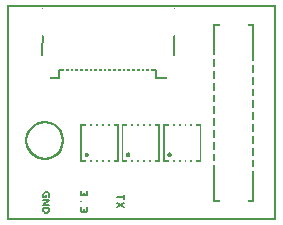
<source format=gto>
G04*
G04 Format:               Gerber RS-274X*
G04 Export Settings:      OSH Park*
G04 Layer:                TopSilkscreen*
G04 This File Name:       HDMI_QSB_new.gto*
G04 Source File Name:     HDMI_QSB_new.rrb*
G04 Unique ID:            51c3dc83-d7bb-4e2f-9342-59aa85fb2bb0*
G04 Generated Date:       Thursday, 10 August 2017 09:01:58*
G04*
G04 Created Using:        Robot Room Copper Connection v3.0.5875*
G04 Software Contact:     http://www.robotroom.com/CopperConnection/Support.aspx*
G04 License Number:       1880*
G04*
G04 Zero Suppression:     Leading*
G04 Number Precision:     2.4*
G04*
%FSLAX24Y24*%
%MOIN*%
%LNTopSilkscreen*%
%ADD10C,.006*%
%ADD11C,.007*%
%ADD12C,.0906*%
%ADD13R,.006X.006*%
%ADD14R,.007X.007*%
%ADD15R,.0087X.0492*%
%ADD16R,.0118X.0571*%
%ADD17R,.063X.0157*%
%ADD18R,.065X.065*%
%ADD19R,.0827X.0906*%
%ADD20R,.0945X.0709*%
G36*
G01X4011Y2205D02*
X4026Y2203D01*
X4041Y2198D01*
X4054Y2190D01*
X4065Y2179D01*
X4074Y2167D01*
X4080Y2153D01*
X4084Y2139D01*
X4085Y2124D01*
X4083Y2109D01*
X4079Y2095D01*
X4072Y2082D01*
X4063Y2070D01*
X4051Y2060D01*
X4038Y2053D01*
X4023Y2048D01*
X4007Y2047D01*
X3991Y2050D01*
X3977Y2056D01*
X3964Y2065D01*
X3954Y2076D01*
X3946Y2089D01*
X3940Y2102D01*
X3938Y2117D01*
X3937Y2132D01*
X3939Y2146D01*
X3944Y2160D01*
X3952Y2173D01*
X3962Y2185D01*
X3974Y2194D01*
X3988Y2201D01*
X4003Y2204D01*
X4011Y2205D01*
G37*
G36*
X2633Y2205D02*
X2648Y2203D01*
X2663Y2198D01*
X2676Y2190D01*
X2687Y2179D01*
X2696Y2167D01*
X2702Y2153D01*
X2706Y2139D01*
X2707Y2124D01*
X2705Y2109D01*
X2701Y2095D01*
X2694Y2082D01*
X2685Y2070D01*
X2673Y2060D01*
X2660Y2053D01*
X2645Y2048D01*
X2629Y2047D01*
X2613Y2050D01*
X2599Y2056D01*
X2586Y2065D01*
X2576Y2076D01*
X2568Y2089D01*
X2562Y2102D01*
X2560Y2117D01*
X2559Y2132D01*
X2562Y2146D01*
X2566Y2160D01*
X2574Y2173D01*
X2584Y2185D01*
X2596Y2194D01*
X2610Y2201D01*
X2625Y2204D01*
X2633Y2205D01*
G37*
G36*
X5389Y2205D02*
X5404Y2203D01*
X5419Y2198D01*
X5432Y2190D01*
X5443Y2179D01*
X5452Y2167D01*
X5458Y2153D01*
X5462Y2139D01*
X5463Y2124D01*
X5461Y2109D01*
X5457Y2095D01*
X5450Y2082D01*
X5441Y2070D01*
X5429Y2060D01*
X5415Y2053D01*
X5400Y2048D01*
X5385Y2047D01*
X5369Y2050D01*
X5355Y2056D01*
X5342Y2065D01*
X5332Y2076D01*
X5324Y2089D01*
X5318Y2102D01*
X5315Y2117D01*
Y2132D01*
X5317Y2146D01*
X5322Y2160D01*
X5330Y2173D01*
X5340Y2185D01*
X5352Y2194D01*
X5366Y2201D01*
X5381Y2204D01*
X5389Y2205D01*
G37*
D10*
X1143Y4665D02*
X1162Y7034D01*
X1713Y4947D02*
X4941D01*
X5552Y4665D02*
X5532Y7034D01*
X4941Y4947D02*
Y4671D01*
X5532D01*
X1713Y4947D02*
Y4671D01*
X1162D01*
D11*
X2649Y919D02*
Y844D01*
X2648Y831D01*
X2645Y817D01*
X2641Y805D01*
X2634Y794D01*
X2627Y785D01*
X2618Y778D01*
X2608Y773D01*
X2593Y770D01*
X2583Y771D01*
X2573Y775D01*
X2564Y781D01*
X2556Y790D01*
X2549Y800D01*
X2543Y812D01*
X2540Y825D01*
X2538Y844D01*
X2537Y831D01*
X2534Y817D01*
X2529Y805D01*
X2523Y794D01*
X2515Y785D01*
X2506Y778D01*
X2497Y773D01*
X2482Y770D01*
X2472Y771D01*
X2462Y775D01*
X2452Y781D01*
X2444Y790D01*
X2437Y800D01*
X2432Y812D01*
X2428Y825D01*
X2426Y844D01*
Y919D01*
X2434Y574D02*
X2426D01*
X2649Y377D02*
Y303D01*
X2648Y289D01*
X2645Y276D01*
X2641Y263D01*
X2634Y252D01*
X2627Y243D01*
X2618Y236D01*
X2608Y231D01*
X2593Y228D01*
X2583Y230D01*
X2573Y233D01*
X2564Y240D01*
X2556Y248D01*
X2549Y258D01*
X2543Y270D01*
X2540Y283D01*
X2538Y303D01*
X2537Y289D01*
X2534Y276D01*
X2529Y263D01*
X2523Y252D01*
X2515Y243D01*
X2506Y236D01*
X2497Y231D01*
X2482Y228D01*
X2472Y230D01*
X2462Y233D01*
X2452Y240D01*
X2444Y248D01*
X2437Y258D01*
X2432Y270D01*
X2428Y283D01*
X2426Y303D01*
Y377D01*
X1258Y772D02*
Y735D01*
X1165D01*
Y809D01*
G74*
G02X1239Y884I74J0D01*
G01X1313D01*
G02X1388Y809I0J74D01*
G01Y735D01*
X1165Y613D02*
X1388D01*
X1165Y464D01*
X1388D01*
Y342D02*
Y268D01*
G02X1313Y193I74J0D01*
G01X1239D01*
G02X1165Y268I0J74D01*
G01Y342D01*
X1388D01*
X3876Y799D02*
Y650D01*
Y725D02*
X3653D01*
X3876Y528D02*
X3653Y380D01*
X3876D02*
X3653Y528D01*
D13*
X3824Y3132D02*
X5044D01*
Y1912D01*
X3824D01*
Y3132D01*
X2445D02*
X3665D01*
Y1912D01*
X2445D01*
Y3132D01*
X5200D02*
X6421D01*
Y1912D01*
X5200D01*
Y3132D01*
X6883Y6448D02*
X8182D01*
Y582D01*
X6883D01*
Y6448D01*
%LPC*%
D12*
X1222Y6539D03*
X5494D03*
D15*
X1907Y4817D03*
X2064D03*
X2222D03*
X2379D03*
X2537D03*
X2694D03*
X2852D03*
X3009D03*
X3167D03*
X3322D03*
X3482D03*
X3639D03*
X3797D03*
X3954D03*
X4112D03*
X4269D03*
X4427D03*
X4584D03*
X4742D03*
D16*
X4055Y1696D03*
X4252D03*
X4449D03*
X4646D03*
X4843D03*
X4055Y3349D03*
X4252D03*
X4449D03*
X4646D03*
X4843D03*
X2676Y1696D03*
X2873D03*
X3070D03*
X3267D03*
X3463D03*
X2676Y3349D03*
X2873D03*
X3070D03*
X3267D03*
X3463D03*
X5432Y1696D03*
X5628D03*
X5825D03*
X6022D03*
X6219D03*
X5432Y3349D03*
X5628D03*
X5825D03*
X6022D03*
X6219D03*
D17*
X8093Y1641D03*
Y2035D03*
Y2429D03*
Y2823D03*
Y3216D03*
Y3610D03*
Y4004D03*
Y4397D03*
Y4791D03*
Y5185D03*
X6995Y1838D03*
Y2232D03*
Y2626D03*
Y3019D03*
Y3413D03*
Y3807D03*
Y4200D03*
Y4594D03*
Y4988D03*
Y5382D03*
D18*
X669Y551D03*
X3173D03*
X1907D03*
D19*
X1015Y4984D03*
X5700D03*
D20*
X7544Y781D03*
Y6285D03*
%LPD*%
D13*
X1233Y3219D02*
X1423Y3189D01*
X1594Y3102D01*
X1729Y2966D01*
X1817Y2795D01*
X1847Y2605D01*
X1817Y2416D01*
X1729Y2245D01*
X1594Y2109D01*
X1423Y2022D01*
X1233Y1992D01*
X1044Y2022D01*
X873Y2109D01*
X737Y2245D01*
X650Y2416D01*
X620Y2605D01*
X650Y2795D01*
X737Y2966D01*
X873Y3102D01*
X1044Y3189D01*
X1233Y3219D01*
D14*
X0Y7087D02*
X8905D01*
Y0D01*
X0D01*
Y7087D01*
M02*

</source>
